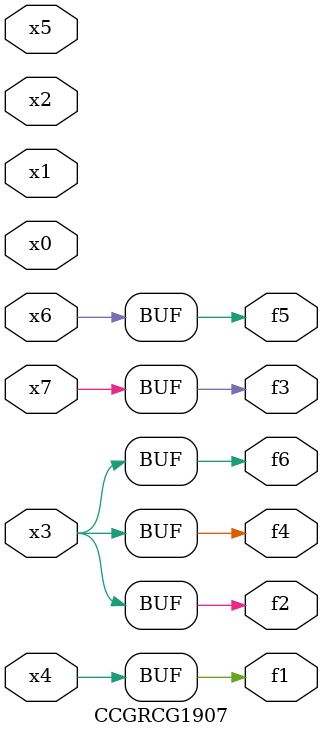
<source format=v>
module CCGRCG1907(
	input x0, x1, x2, x3, x4, x5, x6, x7,
	output f1, f2, f3, f4, f5, f6
);
	assign f1 = x4;
	assign f2 = x3;
	assign f3 = x7;
	assign f4 = x3;
	assign f5 = x6;
	assign f6 = x3;
endmodule

</source>
